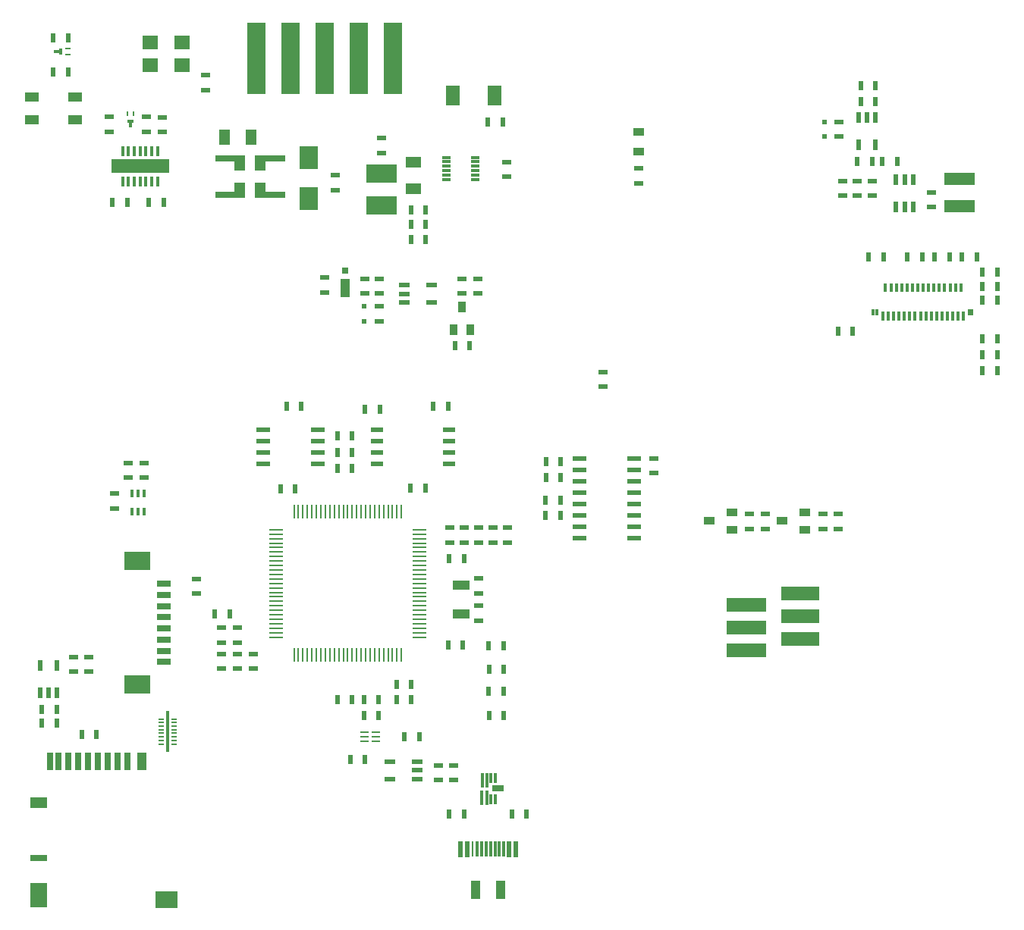
<source format=gbr>
%TF.GenerationSoftware,KiCad,Pcbnew,7.0.8*%
%TF.CreationDate,2024-06-17T23:50:33+02:00*%
%TF.ProjectId,Stima V4 Master,5374696d-6120-4563-9420-4d6173746572,rev?*%
%TF.SameCoordinates,Original*%
%TF.FileFunction,Paste,Top*%
%TF.FilePolarity,Positive*%
%FSLAX46Y46*%
G04 Gerber Fmt 4.6, Leading zero omitted, Abs format (unit mm)*
G04 Created by KiCad (PCBNEW 7.0.8) date 2024-06-17 23:50:33*
%MOMM*%
%LPD*%
G01*
G04 APERTURE LIST*
%ADD10R,3.000000X2.100000*%
%ADD11R,1.600000X0.800000*%
%ADD12R,0.400000X0.650000*%
%ADD13R,0.300000X0.800000*%
%ADD14R,0.300000X0.650000*%
%ADD15R,1.000000X0.600000*%
%ADD16R,0.600000X1.000000*%
%ADD17R,1.900000X1.100000*%
%ADD18R,0.400000X0.800000*%
%ADD19R,6.500000X1.650000*%
%ADD20R,0.450000X0.250000*%
%ADD21R,0.400000X0.300000*%
%ADD22R,1.800000X1.600000*%
%ADD23R,0.700000X0.250000*%
%ADD24R,0.400000X1.200000*%
%ADD25R,0.300000X1.200000*%
%ADD26R,0.300000X0.750000*%
%ADD27R,0.300000X0.700000*%
%ADD28R,0.900000X0.800000*%
%ADD29R,1.000000X2.000000*%
%ADD30R,0.520000X1.000000*%
%ADD31R,0.500000X1.000000*%
%ADD32R,0.291400X1.750000*%
%ADD33R,0.300000X1.750000*%
%ADD34R,1.200000X1.800000*%
%ADD35R,1.300000X0.850000*%
%ADD36R,1.600000X2.200000*%
%ADD37R,1.200000X0.600000*%
%ADD38R,3.400000X1.100000*%
%ADD39R,3.400000X0.980000*%
%ADD40R,0.800000X0.300000*%
%ADD41R,1.100000X2.000000*%
%ADD42R,0.800000X0.800000*%
%ADD43R,2.300000X0.700000*%
%ADD44R,1.300000X1.700000*%
%ADD45R,1.270000X0.900000*%
%ADD46R,3.000000X1.500000*%
%ADD47R,0.600000X1.200000*%
%ADD48R,2.000000X2.500000*%
%ADD49R,0.250000X0.450000*%
%ADD50R,0.800000X0.400000*%
%ADD51R,0.300000X0.400000*%
%ADD52R,1.800000X1.200000*%
%ADD53R,1.500000X0.280000*%
%ADD54R,0.280000X1.500000*%
%ADD55R,0.600000X0.600000*%
%ADD56R,1.600000X1.000000*%
%ADD57R,3.400000X1.400000*%
%ADD58R,1.400000X0.600000*%
%ADD59R,1.400000X0.500000*%
%ADD60R,1.600000X0.600000*%
%ADD61R,0.400000X0.900000*%
%ADD62R,0.450000X0.200000*%
%ADD63R,0.300000X1.000000*%
%ADD64R,0.300000X2.800000*%
%ADD65R,0.700000X1.400000*%
%ADD66R,1.200000X0.800000*%
%ADD67R,1.200000X1.200000*%
%ADD68R,1.200000X2.800000*%
%ADD69R,1.000000X1.400000*%
%ADD70R,1.600000X1.900000*%
%ADD71R,0.850000X1.300000*%
%ADD72R,2.000000X8.000000*%
G04 APERTURE END LIST*
D10*
%TO.C,J2*%
X104280790Y-116142940D03*
X104280790Y-129972940D03*
D11*
X107201790Y-118682940D03*
X107201790Y-119932940D03*
X107201790Y-121182940D03*
X107201790Y-122432940D03*
X107201790Y-123682940D03*
X107201790Y-124932940D03*
X107201790Y-126182940D03*
X107201790Y-127432940D03*
%TD*%
D12*
%TO.C,DS1*%
X186399380Y-88403100D03*
X186780380Y-88403100D03*
X197166180Y-88406300D03*
X197420180Y-88406300D03*
D13*
X196466180Y-88606300D03*
X196466180Y-88987300D03*
D14*
X196166180Y-85472300D03*
X196166180Y-85726300D03*
D13*
X195866180Y-88606300D03*
X195866180Y-88987300D03*
D14*
X195566180Y-85472300D03*
X195566180Y-85726300D03*
D13*
X195266180Y-88606300D03*
X195266180Y-88987300D03*
D14*
X194966180Y-85472300D03*
X194966180Y-85726300D03*
D13*
X194666180Y-88606300D03*
X194666180Y-88987300D03*
D14*
X194366180Y-85472300D03*
X194366180Y-85726300D03*
D13*
X194066180Y-88606300D03*
X194066180Y-88987300D03*
D14*
X193766170Y-85472300D03*
X193766180Y-85726300D03*
D13*
X193466180Y-88606300D03*
X193466180Y-88987300D03*
D14*
X193166180Y-85472300D03*
X193166180Y-85726300D03*
D13*
X192866180Y-88606300D03*
X192866180Y-88987300D03*
D14*
X192566180Y-85472300D03*
X192566180Y-85726300D03*
D13*
X192266180Y-88606300D03*
X192266190Y-88987300D03*
D14*
X191966170Y-85472300D03*
X191966180Y-85726300D03*
D13*
X191666180Y-88606300D03*
X191666180Y-88987300D03*
D14*
X191366180Y-85472300D03*
X191366180Y-85726300D03*
D13*
X191066180Y-88606300D03*
X191066180Y-88987300D03*
D14*
X190766180Y-85472300D03*
X190766180Y-85726300D03*
D13*
X190466180Y-88606300D03*
X190466190Y-88987300D03*
D14*
X190166180Y-85472300D03*
X190166180Y-85726300D03*
D13*
X189866180Y-88606300D03*
X189866180Y-88987300D03*
D14*
X189566180Y-85472300D03*
X189566180Y-85726300D03*
D13*
X189266180Y-88606300D03*
X189266180Y-88987300D03*
D14*
X188966180Y-85472300D03*
X188966180Y-85726300D03*
D13*
X188666180Y-88606300D03*
X188666190Y-88987300D03*
D14*
X188366180Y-85472300D03*
X188366180Y-85726300D03*
D13*
X188066180Y-88606300D03*
X188066180Y-88987300D03*
D14*
X187766180Y-85472300D03*
X187766180Y-85726300D03*
D13*
X187466190Y-88606300D03*
X187466190Y-88987300D03*
%TD*%
D15*
%TO.C,C2*%
X140729790Y-112446940D03*
X140729790Y-114097940D03*
%TD*%
D16*
%TO.C,C45*%
X149873790Y-105080940D03*
X151524790Y-105080940D03*
%TD*%
%TO.C,C66*%
X95251480Y-132766940D03*
X93600480Y-132766940D03*
%TD*%
D15*
%TO.C,C58*%
X125184020Y-84493100D03*
X125184020Y-86144100D03*
%TD*%
D17*
%TO.C,X1*%
X140423780Y-118859300D03*
X140423780Y-122059700D03*
%TD*%
D15*
%TO.C,FIL1*%
X145555790Y-112446940D03*
X145555790Y-114097940D03*
%TD*%
%TO.C,R3*%
X156223790Y-95047930D03*
X156223790Y-96698930D03*
%TD*%
D18*
%TO.C,U7*%
X102603180Y-73570860D03*
X102603180Y-73977260D03*
X103253180Y-73570860D03*
X103253180Y-73977260D03*
X103903180Y-73570860D03*
X103903180Y-73977260D03*
X104553180Y-73570860D03*
X104553180Y-73977260D03*
X105203180Y-73570860D03*
X105203180Y-73977260D03*
X105853180Y-73570860D03*
X105853180Y-73977260D03*
X106503180Y-73570860D03*
X106503180Y-73977260D03*
X106503180Y-70164460D03*
X106503180Y-70570860D03*
X105853180Y-70164460D03*
X105853180Y-70570860D03*
X105203180Y-70164460D03*
X105203180Y-70570860D03*
X104553180Y-70164460D03*
X104553180Y-70570860D03*
X103903180Y-70164460D03*
X103903180Y-70570860D03*
X103253180Y-70164460D03*
X103253180Y-70570860D03*
X102603180Y-70164460D03*
X102603180Y-70570860D03*
D19*
X104553180Y-72070860D03*
%TD*%
D16*
%TO.C,C7*%
X133185020Y-129959100D03*
X134836020Y-129959100D03*
%TD*%
%TO.C,C44*%
X94856180Y-61506100D03*
X96507180Y-61506100D03*
%TD*%
D15*
%TO.C,C40*%
X111874180Y-63538100D03*
X111874180Y-61887100D03*
%TD*%
D16*
%TO.C,FIL4*%
X143497910Y-133413980D03*
X145148910Y-133413980D03*
%TD*%
%TO.C,C46*%
X149873790Y-106858930D03*
X151524790Y-106858930D03*
%TD*%
D15*
%TO.C,R29*%
X103264790Y-106858930D03*
X103264790Y-105207930D03*
%TD*%
D16*
%TO.C,C32*%
X198590020Y-93129100D03*
X200241020Y-93129100D03*
%TD*%
D15*
%TO.C,C1*%
X139154020Y-114084100D03*
X139154020Y-112433100D03*
%TD*%
%TO.C,R5*%
X172555020Y-112560100D03*
X172555020Y-110909100D03*
%TD*%
%TO.C,C50*%
X101689020Y-110274100D03*
X101689020Y-108623100D03*
%TD*%
D20*
%TO.C,DZ3*%
X96608780Y-59601100D03*
X96380180Y-59601100D03*
X96608780Y-58940700D03*
X96380180Y-58940700D03*
D18*
X95694380Y-59270900D03*
D21*
X95338780Y-59270900D03*
X95135580Y-59270900D03*
%TD*%
D15*
%TO.C,R30*%
X104991020Y-106845100D03*
X104991020Y-105194100D03*
%TD*%
%TO.C,C31*%
X182969020Y-75349100D03*
X182969020Y-73698100D03*
%TD*%
%TO.C,C57*%
X131280020Y-86271100D03*
X131280020Y-84620100D03*
%TD*%
D16*
%TO.C,C3*%
X140729790Y-115875940D03*
X139078790Y-115875940D03*
%TD*%
%TO.C,R18*%
X200241020Y-94907100D03*
X198590020Y-94907100D03*
%TD*%
D22*
%TO.C,R28*%
X105651180Y-60744100D03*
X109207180Y-60744100D03*
%TD*%
D23*
%TO.C,U2*%
X129756020Y-135309090D03*
X129476620Y-135309090D03*
X129756020Y-135809090D03*
X129476620Y-135809090D03*
X129756020Y-136309090D03*
X129476620Y-136309090D03*
X131035420Y-136309090D03*
X130756020Y-136309090D03*
X131035420Y-135809090D03*
X130756020Y-135809090D03*
X131035420Y-135309090D03*
X130756020Y-135309090D03*
%TD*%
D24*
%TO.C,FIL7*%
X142683220Y-142355700D03*
X142683220Y-142787500D03*
D25*
X143234020Y-142355700D03*
X143234020Y-142787500D03*
D26*
X143734020Y-142581100D03*
X143734020Y-143012900D03*
X144234020Y-142581100D03*
X144234020Y-143012900D03*
X144234020Y-140195300D03*
X144234020Y-140627100D03*
X143734020Y-140195300D03*
D27*
X143734020Y-140627100D03*
D25*
X143234020Y-140420700D03*
X143234020Y-140852500D03*
X142734020Y-140420700D03*
X142734020Y-140852500D03*
D28*
X144322220Y-141578700D03*
X144754020Y-141578700D03*
%TD*%
D15*
%TO.C,R1*%
X113678790Y-125273940D03*
X113678790Y-123622940D03*
%TD*%
D16*
%TO.C,C42*%
X103125020Y-76084490D03*
X101474020Y-76084490D03*
%TD*%
D29*
%TO.C,J6*%
X142022780Y-152920700D03*
X144816780Y-152920700D03*
D30*
X140319780Y-148704300D03*
D31*
X141069780Y-148704300D03*
D32*
X141669080Y-148329300D03*
D33*
X143169780Y-148329300D03*
X144169780Y-148329300D03*
X145169780Y-148329300D03*
D31*
X145769780Y-148704300D03*
D30*
X146519780Y-148704300D03*
X146519780Y-147942300D03*
D31*
X145769780Y-147942300D03*
D33*
X144669780Y-148329300D03*
X143669780Y-148329300D03*
X142669770Y-148329300D03*
X142169780Y-148329300D03*
D31*
X141069780Y-147942300D03*
D30*
X140319780Y-147942300D03*
%TD*%
D34*
%TO.C,F1*%
X116954900Y-68770980D03*
X113954900Y-68770980D03*
%TD*%
D35*
%TO.C,Q2*%
X178752620Y-112636300D03*
X178752620Y-110736300D03*
X176238020Y-111671100D03*
%TD*%
D15*
%TO.C,C43*%
X107048180Y-66586100D03*
X107048180Y-68237100D03*
%TD*%
D36*
%TO.C,D1*%
X139433180Y-64173100D03*
X144132180Y-64173100D03*
%TD*%
D16*
%TO.C,C24*%
X193256020Y-82207100D03*
X194907020Y-82207100D03*
%TD*%
%TO.C,C5*%
X121882020Y-108115100D03*
X120231020Y-108115100D03*
%TD*%
D15*
%TO.C,R9*%
X110884790Y-118161940D03*
X110884790Y-119812940D03*
%TD*%
%TO.C,C39*%
X105284020Y-68210490D03*
X105284020Y-66559490D03*
%TD*%
D16*
%TO.C,C41*%
X105538020Y-76084490D03*
X107189020Y-76084490D03*
%TD*%
D15*
%TO.C,C63*%
X145452980Y-71564500D03*
X145452980Y-73215500D03*
%TD*%
D37*
%TO.C,U11*%
X135471020Y-140500100D03*
X135471020Y-139550100D03*
X135471020Y-138600100D03*
X132423020Y-138595100D03*
X132423020Y-140500100D03*
%TD*%
D16*
%TO.C,R2*%
X128232010Y-131610100D03*
X126581010Y-131610100D03*
%TD*%
%TO.C,C61*%
X136435980Y-78549500D03*
X134784980Y-78549500D03*
%TD*%
%TO.C,C47*%
X151473020Y-109385100D03*
X149822020Y-109385100D03*
%TD*%
D38*
%TO.C,L4*%
X131482980Y-72326500D03*
D39*
X131482980Y-73342500D03*
X131482980Y-75882500D03*
D38*
X131482980Y-76898500D03*
%TD*%
D40*
%TO.C,U12*%
X138594980Y-71056500D03*
X138848980Y-71056500D03*
X138594980Y-71556500D03*
X138848980Y-71556500D03*
X138594980Y-72056500D03*
X138848980Y-72056500D03*
X138594980Y-72556500D03*
X138848980Y-72556500D03*
X138594980Y-73056500D03*
X138848980Y-73056500D03*
X138594980Y-73556500D03*
X138848980Y-73556500D03*
X141848980Y-73556500D03*
X142102980Y-73556500D03*
X142102980Y-73556500D03*
X141848980Y-73056500D03*
X142102980Y-73056500D03*
X141848980Y-72556500D03*
X142102980Y-72556500D03*
X141848980Y-72056500D03*
X142102980Y-72056500D03*
X141848980Y-71556500D03*
X142102980Y-71556500D03*
X141848980Y-71056500D03*
X142102980Y-71056500D03*
%TD*%
D41*
%TO.C,D2*%
X127470020Y-85636100D03*
D42*
X127470020Y-83736100D03*
%TD*%
D43*
%TO.C,L3*%
X114033900Y-71183980D03*
X115176900Y-71183980D03*
D44*
X115684900Y-71691980D03*
X117970900Y-71691980D03*
D43*
X118478900Y-71183980D03*
X119621900Y-71183980D03*
D44*
X117970900Y-74739980D03*
D43*
X118478900Y-75247980D03*
X119621900Y-75247980D03*
X114033900Y-75247980D03*
X115176900Y-75247980D03*
D44*
X115684900Y-74739980D03*
%TD*%
D45*
%TO.C,DL1*%
X160236020Y-68237100D03*
X160236020Y-70396100D03*
%TD*%
D16*
%TO.C,C19*%
X122568780Y-98857940D03*
X120917780Y-98857940D03*
%TD*%
%TO.C,C21*%
X185001020Y-63030100D03*
X186652020Y-63030100D03*
%TD*%
D46*
%TO.C,J1*%
X172961180Y-126149100D03*
X171437180Y-126149100D03*
X178930180Y-124879100D03*
X177533180Y-124879100D03*
X172961180Y-123609100D03*
X171437180Y-123609100D03*
X178930180Y-122339100D03*
X177533180Y-122339100D03*
X172961180Y-121069100D03*
X171437180Y-121069100D03*
X178930180Y-119799100D03*
X177533180Y-119799100D03*
%TD*%
D47*
%TO.C,U14*%
X93374380Y-130846500D03*
X94324380Y-130846500D03*
X95274380Y-130846500D03*
X95279380Y-127798500D03*
X93374380Y-127798500D03*
%TD*%
D15*
%TO.C,C54*%
X131482980Y-68897500D03*
X131482980Y-70548500D03*
%TD*%
D16*
%TO.C,FIL3*%
X143472020Y-125641100D03*
X145123020Y-125641100D03*
%TD*%
D15*
%TO.C,R19*%
X186271020Y-75349100D03*
X186271020Y-73698100D03*
%TD*%
D48*
%TO.C,DZ4*%
X123354980Y-71056500D03*
X123354980Y-75628500D03*
%TD*%
D16*
%TO.C,R26*%
X141364790Y-92126940D03*
X139713790Y-92126940D03*
%TD*%
D15*
%TO.C,R23*%
X142253790Y-86284940D03*
X142253790Y-84633940D03*
%TD*%
D16*
%TO.C,C27*%
X200241020Y-87033100D03*
X198590020Y-87033100D03*
%TD*%
%TO.C,C34*%
X198590020Y-91351100D03*
X200241020Y-91351100D03*
%TD*%
D15*
%TO.C,C12*%
X113678790Y-128194930D03*
X113678790Y-126543930D03*
%TD*%
%TO.C,R7*%
X182461020Y-112560100D03*
X182461020Y-110909100D03*
%TD*%
D49*
%TO.C,DZ2*%
X103785420Y-66076890D03*
X103785420Y-66305490D03*
X103125020Y-66076890D03*
X103125020Y-66305490D03*
D50*
X103455220Y-66991290D03*
D51*
X103455220Y-67346890D03*
X103455220Y-67550090D03*
%TD*%
D52*
%TO.C,C56*%
X135038980Y-71564500D03*
X135038980Y-74564500D03*
%TD*%
D15*
%TO.C,C571*%
X129629020Y-86282200D03*
X129629020Y-84631200D03*
%TD*%
D53*
%TO.C,U1*%
X135732010Y-124657100D03*
X135732010Y-124157100D03*
X135732010Y-123657100D03*
X135732010Y-123157100D03*
X135732010Y-122657100D03*
X135732010Y-122157100D03*
X135732010Y-121657110D03*
X135732010Y-121157110D03*
X135732010Y-120657110D03*
X135732010Y-120157110D03*
X135732010Y-119657110D03*
X135732010Y-119157110D03*
X135732010Y-118657110D03*
X135732010Y-118157110D03*
X135732010Y-117657110D03*
X135732010Y-117157110D03*
X135732010Y-116657110D03*
X135732010Y-116157120D03*
X135732010Y-115657120D03*
X135732010Y-115157120D03*
X135732010Y-114657120D03*
X135732010Y-114157120D03*
X135732010Y-113657120D03*
X135732010Y-113157120D03*
X135732010Y-112657120D03*
D54*
X133732010Y-110657120D03*
X133232010Y-110657120D03*
X132732010Y-110657120D03*
X132232010Y-110657120D03*
X131732010Y-110657120D03*
X131232010Y-110657120D03*
X130732010Y-110657120D03*
X130232010Y-110657120D03*
X129732020Y-110657120D03*
X129232020Y-110657120D03*
X128732020Y-110657120D03*
X128232020Y-110657120D03*
X127732020Y-110657120D03*
X127232020Y-110657120D03*
X126732020Y-110657120D03*
X126232020Y-110657120D03*
X125732020Y-110657120D03*
X125232030Y-110657120D03*
X124732030Y-110657120D03*
X124232030Y-110657120D03*
X123732030Y-110657120D03*
X123232030Y-110657120D03*
X122732030Y-110657120D03*
X122232030Y-110657120D03*
X121732030Y-110657120D03*
D53*
X119732030Y-112657120D03*
X119732030Y-113157120D03*
X119732030Y-113657120D03*
X119732030Y-114157120D03*
X119732030Y-114657120D03*
X119732030Y-115157120D03*
X119732030Y-115657120D03*
X119732030Y-116157120D03*
X119732030Y-116657120D03*
X119732030Y-117157110D03*
X119732030Y-117657110D03*
X119732030Y-118157110D03*
X119732030Y-118657110D03*
X119732030Y-119157110D03*
X119732030Y-119657110D03*
X119732030Y-120157110D03*
X119732030Y-120657110D03*
X119732030Y-121157110D03*
X119732030Y-121657110D03*
X119732030Y-122157100D03*
X119732030Y-122657100D03*
X119732030Y-123157100D03*
X119732030Y-123657100D03*
X119732030Y-124157100D03*
X119732030Y-124657100D03*
D54*
X121732030Y-126657100D03*
X122232030Y-126657100D03*
X122732030Y-126657100D03*
X123232030Y-126657100D03*
X123732030Y-126657100D03*
X124232030Y-126657100D03*
X124732030Y-126657100D03*
X125232030Y-126657100D03*
X125732020Y-126657100D03*
X126232020Y-126657100D03*
X126732020Y-126657100D03*
X127232020Y-126657100D03*
X127732020Y-126657100D03*
X128232020Y-126657100D03*
X128732020Y-126657100D03*
X129232020Y-126657100D03*
X129732020Y-126657100D03*
X130232020Y-126657100D03*
X130732010Y-126657100D03*
X131232010Y-126657100D03*
X131732010Y-126657100D03*
X132232010Y-126657100D03*
X132732010Y-126657100D03*
X133232010Y-126657100D03*
X133732010Y-126657100D03*
%TD*%
D15*
%TO.C,R6*%
X174333020Y-112560100D03*
X174333020Y-110909100D03*
%TD*%
%TO.C,C11*%
X115456790Y-126543940D03*
X115456790Y-128194940D03*
%TD*%
%TO.C,C64*%
X97168790Y-128512440D03*
X97168790Y-126861440D03*
%TD*%
%TO.C,R8*%
X180810020Y-112560100D03*
X180810020Y-110909100D03*
%TD*%
D16*
%TO.C,R17*%
X191859020Y-82207100D03*
X190208020Y-82207100D03*
%TD*%
%TO.C,C4*%
X136411790Y-108001940D03*
X134760790Y-108001940D03*
%TD*%
%TO.C,R21*%
X187414020Y-71539100D03*
X189065020Y-71539100D03*
%TD*%
D15*
%TO.C,C14*%
X142328780Y-118097300D03*
X142328780Y-119748300D03*
%TD*%
D16*
%TO.C,C48*%
X149822020Y-111036100D03*
X151473020Y-111036100D03*
%TD*%
%TO.C,C18*%
X131204790Y-131623940D03*
X129553790Y-131623940D03*
%TD*%
D22*
%TO.C,R27*%
X109207180Y-58204100D03*
X105651180Y-58204100D03*
%TD*%
D15*
%TO.C,C52*%
X139586790Y-138976100D03*
X139586790Y-140627100D03*
%TD*%
D55*
%TO.C,DZ5*%
X129590990Y-87708310D03*
X129590990Y-89359310D03*
%TD*%
D15*
%TO.C,C10*%
X143980020Y-112433100D03*
X143980020Y-114084100D03*
%TD*%
D56*
%TO.C,L2*%
X97269180Y-66840100D03*
X97269180Y-64300100D03*
X92443180Y-64300100D03*
X92443180Y-66840100D03*
%TD*%
D16*
%TO.C,FIL5*%
X143497900Y-128206980D03*
X145148900Y-128206980D03*
%TD*%
%TO.C,C28*%
X182461020Y-90462100D03*
X184112020Y-90462100D03*
%TD*%
%TO.C,R11*%
X126581020Y-105829100D03*
X128232020Y-105829100D03*
%TD*%
%TO.C,C16*%
X140602790Y-125527940D03*
X138951790Y-125527940D03*
%TD*%
D15*
%TO.C,C6*%
X117234790Y-126543940D03*
X117234790Y-128194940D03*
%TD*%
%TO.C,C55*%
X126327020Y-73063100D03*
X126327020Y-74714100D03*
%TD*%
D47*
%TO.C,U5*%
X186652020Y-66586100D03*
X185702020Y-66586100D03*
X184752020Y-66586100D03*
X184747020Y-69634100D03*
X186652020Y-69634100D03*
%TD*%
D57*
%TO.C,L1*%
X196050020Y-76492100D03*
X196050020Y-73444100D03*
%TD*%
D15*
%TO.C,C51*%
X137884020Y-138976100D03*
X137884020Y-140627100D03*
%TD*%
D16*
%TO.C,C22*%
X185001020Y-64808100D03*
X186652020Y-64808100D03*
%TD*%
D58*
%TO.C,U4*%
X131026020Y-101511100D03*
X131026020Y-102781100D03*
D59*
X131026020Y-104051100D03*
X131026020Y-105321100D03*
D58*
X139026020Y-105321100D03*
X139026020Y-104051100D03*
X139026020Y-102781100D03*
X139026020Y-101511100D03*
%TD*%
D16*
%TO.C,C26*%
X200241020Y-85509100D03*
X198590020Y-85509100D03*
%TD*%
%TO.C,C53*%
X135725020Y-135801100D03*
X134074020Y-135801100D03*
%TD*%
%TO.C,FIL2*%
X143472020Y-130721100D03*
X145123020Y-130721100D03*
%TD*%
D15*
%TO.C,R24*%
X140475790Y-84633940D03*
X140475790Y-86284940D03*
%TD*%
D16*
%TO.C,C17*%
X131204790Y-133401940D03*
X129553790Y-133401940D03*
%TD*%
%TO.C,R20*%
X184620020Y-71539100D03*
X186271020Y-71539100D03*
%TD*%
D60*
%TO.C,U9*%
X153632020Y-104686100D03*
X153632020Y-105956100D03*
X153632020Y-107226100D03*
X153632020Y-108496100D03*
X153632020Y-109766100D03*
X153632020Y-111036100D03*
X153632020Y-112306100D03*
X153632020Y-113576100D03*
X159728020Y-113576100D03*
X159728020Y-112306100D03*
X159728020Y-111036100D03*
X159728020Y-109766100D03*
X159728020Y-108496100D03*
X159728020Y-107226100D03*
X159728020Y-105956100D03*
X159728020Y-104686100D03*
%TD*%
D15*
%TO.C,C37*%
X101093020Y-68210490D03*
X101093020Y-66559490D03*
%TD*%
D16*
%TO.C,C35*%
X95264180Y-134290940D03*
X93613180Y-134290940D03*
%TD*%
D15*
%TO.C,C23*%
X182588020Y-67094100D03*
X182588020Y-68745100D03*
%TD*%
D16*
%TO.C,R4*%
X128029790Y-138354940D03*
X129680790Y-138354940D03*
%TD*%
D15*
%TO.C,C29*%
X192875020Y-76619100D03*
X192875020Y-74968100D03*
%TD*%
D16*
%TO.C,R31*%
X139052180Y-144437100D03*
X140703180Y-144437100D03*
%TD*%
%TO.C,C38*%
X94856180Y-57696100D03*
X96507180Y-57696100D03*
%TD*%
D61*
%TO.C,U10*%
X103691020Y-110623100D03*
X104341020Y-110623100D03*
X104991020Y-110623100D03*
X104991020Y-108623100D03*
X104341020Y-108623100D03*
X103691020Y-108623100D03*
%TD*%
D16*
%TO.C,R14*%
X112916790Y-122098940D03*
X114567790Y-122098940D03*
%TD*%
D15*
%TO.C,C59*%
X131241990Y-87708310D03*
X131241990Y-89359310D03*
%TD*%
D16*
%TO.C,R12*%
X129680790Y-99238940D03*
X131331790Y-99238940D03*
%TD*%
%TO.C,R10*%
X126581020Y-104051100D03*
X128232020Y-104051100D03*
%TD*%
D62*
%TO.C,FIL6*%
X108217790Y-136595940D03*
X108471790Y-136595940D03*
X108217790Y-136195940D03*
X108471790Y-136195940D03*
X108217790Y-135795940D03*
X108471790Y-135795940D03*
X108217790Y-135395940D03*
X108471790Y-135395940D03*
X108217790Y-134995940D03*
X108471790Y-134995940D03*
X108217790Y-134595940D03*
X108471790Y-134595940D03*
X108217790Y-134195940D03*
X108471790Y-134195940D03*
X108217790Y-133795940D03*
X108471790Y-133795940D03*
X106813790Y-133795940D03*
X107067790Y-133795940D03*
X106813790Y-134195940D03*
X107067790Y-134195940D03*
X106813790Y-134595940D03*
X107067790Y-134595940D03*
X106813790Y-134995940D03*
X107067790Y-134995940D03*
X106813790Y-135395940D03*
X107067790Y-135395940D03*
X106813790Y-135795940D03*
X107067790Y-135795940D03*
X106813790Y-136195940D03*
X107067790Y-136195940D03*
X106813790Y-136595940D03*
X107067790Y-136595940D03*
D63*
X107642790Y-136973940D03*
D64*
X107642790Y-135195940D03*
D63*
X107642790Y-133417940D03*
%TD*%
D16*
%TO.C,C33*%
X198590020Y-83858100D03*
X200241020Y-83858100D03*
%TD*%
%TO.C,C20*%
X138951790Y-98857940D03*
X137300790Y-98857940D03*
%TD*%
%TO.C,C62*%
X136435980Y-76898500D03*
X134784980Y-76898500D03*
%TD*%
D65*
%TO.C,J3*%
X103170020Y-138214100D03*
X103170020Y-138849100D03*
X102070020Y-138214100D03*
X102070020Y-138849100D03*
X100970020Y-138214100D03*
X100970020Y-138849100D03*
X99870020Y-138214100D03*
X99870020Y-138849100D03*
X98770020Y-138214100D03*
X98770020Y-138849100D03*
X97670020Y-138214100D03*
X97670020Y-138849100D03*
X96570020Y-138214100D03*
X96570020Y-138849100D03*
X95470020Y-138214100D03*
X95470020Y-138849100D03*
D66*
X92935020Y-149349100D03*
X93570020Y-149349100D03*
D65*
X94520020Y-138214100D03*
X94520020Y-138849100D03*
D67*
X92935020Y-143149100D03*
D68*
X92935020Y-153499100D03*
D67*
X93570020Y-143149100D03*
D68*
X93570020Y-153499100D03*
D69*
X104720020Y-138214100D03*
X104720020Y-138849100D03*
D70*
X107070020Y-153949100D03*
X107959020Y-153949100D03*
%TD*%
D15*
%TO.C,R34*%
X160236020Y-72301100D03*
X160236020Y-73952100D03*
%TD*%
D16*
%TO.C,R15*%
X128232020Y-102146100D03*
X126581020Y-102146100D03*
%TD*%
D15*
%TO.C,C65*%
X98819790Y-128512440D03*
X98819790Y-126861440D03*
%TD*%
D47*
%TO.C,U6*%
X188943020Y-76619100D03*
X189893020Y-76619100D03*
X190843020Y-76619100D03*
X190848020Y-73571100D03*
X189893020Y-73571100D03*
X188943020Y-73571100D03*
%TD*%
D71*
%TO.C,Q3*%
X139510590Y-90323540D03*
X141410590Y-90323540D03*
X140475790Y-87808940D03*
%TD*%
D16*
%TO.C,C25*%
X197955020Y-82207100D03*
X196304020Y-82207100D03*
%TD*%
D55*
%TO.C,DZ1*%
X180937020Y-67094100D03*
X180937020Y-68745100D03*
%TD*%
D15*
%TO.C,C13*%
X142328780Y-122796300D03*
X142328780Y-121145300D03*
%TD*%
D60*
%TO.C,U3*%
X118326020Y-101511100D03*
X118326020Y-102781100D03*
X118326020Y-104051100D03*
X118326020Y-105321100D03*
X124422020Y-105321100D03*
X124422020Y-104051100D03*
X124422020Y-102781100D03*
X124422020Y-101511100D03*
%TD*%
D15*
%TO.C,C30*%
X184620020Y-75349100D03*
X184620020Y-73698100D03*
%TD*%
D35*
%TO.C,Q1*%
X170624620Y-112636300D03*
X170624620Y-110736300D03*
X168110020Y-111671100D03*
%TD*%
D15*
%TO.C,R13*%
X115456790Y-125273940D03*
X115456790Y-123622940D03*
%TD*%
D16*
%TO.C,C8*%
X133185020Y-131610100D03*
X134836020Y-131610100D03*
%TD*%
D15*
%TO.C,C49*%
X161887020Y-104686100D03*
X161887020Y-106337100D03*
%TD*%
%TO.C,C9*%
X142329020Y-114084090D03*
X142329020Y-112433090D03*
%TD*%
D16*
%TO.C,R16*%
X185890020Y-82207100D03*
X187541020Y-82207100D03*
%TD*%
%TO.C,R32*%
X146037180Y-144437100D03*
X147688180Y-144437100D03*
%TD*%
%TO.C,C60*%
X136435980Y-80200500D03*
X134784980Y-80200500D03*
%TD*%
D72*
%TO.C,J4*%
X132804020Y-59982100D03*
X128994020Y-59982100D03*
X125184020Y-59982100D03*
X121374020Y-59982100D03*
X117564020Y-59982100D03*
%TD*%
D16*
%TO.C,C36*%
X99708780Y-135560940D03*
X98057780Y-135560940D03*
%TD*%
D37*
%TO.C,U13*%
X134035990Y-85361300D03*
X134035990Y-86311300D03*
X134035990Y-87261300D03*
X137083990Y-87266300D03*
X137083990Y-85361300D03*
%TD*%
D16*
%TO.C,R33*%
X145021180Y-67094100D03*
X143370180Y-67094100D03*
%TD*%
M02*

</source>
